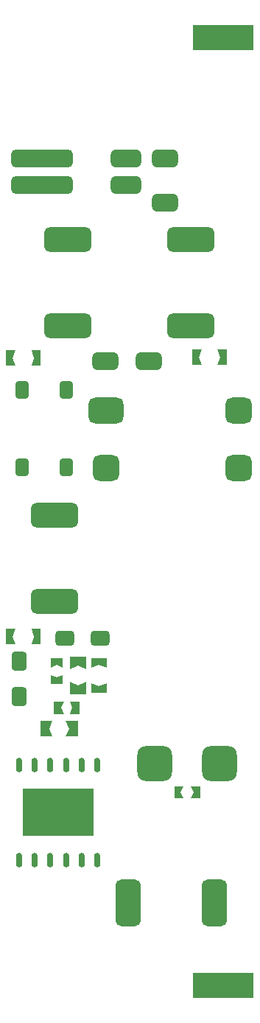
<source format=gtp>
G04 Layer_Color=8421504*
%FSLAX24Y24*%
%MOIN*%
G70*
G01*
G75*
G04:AMPARAMS|DCode=11|XSize=212.6mil|YSize=114.2mil|CornerRadius=28.5mil|HoleSize=0mil|Usage=FLASHONLY|Rotation=270.000|XOffset=0mil|YOffset=0mil|HoleType=Round|Shape=RoundedRectangle|*
%AMROUNDEDRECTD11*
21,1,0.2126,0.0571,0,0,270.0*
21,1,0.1555,0.1142,0,0,270.0*
1,1,0.0571,-0.0285,-0.0778*
1,1,0.0571,-0.0285,0.0778*
1,1,0.0571,0.0285,0.0778*
1,1,0.0571,0.0285,-0.0778*
%
%ADD11ROUNDEDRECTD11*%
G04:AMPARAMS|DCode=12|XSize=78.7mil|YSize=118.1mil|CornerRadius=19.7mil|HoleSize=0mil|Usage=FLASHONLY|Rotation=270.000|XOffset=0mil|YOffset=0mil|HoleType=Round|Shape=RoundedRectangle|*
%AMROUNDEDRECTD12*
21,1,0.0787,0.0787,0,0,270.0*
21,1,0.0394,0.1181,0,0,270.0*
1,1,0.0394,-0.0394,-0.0197*
1,1,0.0394,-0.0394,0.0197*
1,1,0.0394,0.0394,0.0197*
1,1,0.0394,0.0394,-0.0197*
%
%ADD12ROUNDEDRECTD12*%
G04:AMPARAMS|DCode=13|XSize=279.5mil|YSize=78.7mil|CornerRadius=19.7mil|HoleSize=0mil|Usage=FLASHONLY|Rotation=0.000|XOffset=0mil|YOffset=0mil|HoleType=Round|Shape=RoundedRectangle|*
%AMROUNDEDRECTD13*
21,1,0.2795,0.0394,0,0,0.0*
21,1,0.2402,0.0787,0,0,0.0*
1,1,0.0394,0.1201,-0.0197*
1,1,0.0394,-0.1201,-0.0197*
1,1,0.0394,-0.1201,0.0197*
1,1,0.0394,0.1201,0.0197*
%
%ADD13ROUNDEDRECTD13*%
G04:AMPARAMS|DCode=14|XSize=137.8mil|YSize=78.7mil|CornerRadius=19.7mil|HoleSize=0mil|Usage=FLASHONLY|Rotation=0.000|XOffset=0mil|YOffset=0mil|HoleType=Round|Shape=RoundedRectangle|*
%AMROUNDEDRECTD14*
21,1,0.1378,0.0394,0,0,0.0*
21,1,0.0984,0.0787,0,0,0.0*
1,1,0.0394,0.0492,-0.0197*
1,1,0.0394,-0.0492,-0.0197*
1,1,0.0394,-0.0492,0.0197*
1,1,0.0394,0.0492,0.0197*
%
%ADD14ROUNDEDRECTD14*%
%ADD16R,0.3209X0.2169*%
%ADD17O,0.0280X0.0669*%
G04:AMPARAMS|DCode=23|XSize=86.6mil|YSize=68.9mil|CornerRadius=17.2mil|HoleSize=0mil|Usage=FLASHONLY|Rotation=180.000|XOffset=0mil|YOffset=0mil|HoleType=Round|Shape=RoundedRectangle|*
%AMROUNDEDRECTD23*
21,1,0.0866,0.0344,0,0,180.0*
21,1,0.0522,0.0689,0,0,180.0*
1,1,0.0344,-0.0261,0.0172*
1,1,0.0344,0.0261,0.0172*
1,1,0.0344,0.0261,-0.0172*
1,1,0.0344,-0.0261,-0.0172*
%
%ADD23ROUNDEDRECTD23*%
%ADD24R,0.2756X0.1181*%
G04:AMPARAMS|DCode=25|XSize=86.6mil|YSize=68.9mil|CornerRadius=17.2mil|HoleSize=0mil|Usage=FLASHONLY|Rotation=270.000|XOffset=0mil|YOffset=0mil|HoleType=Round|Shape=RoundedRectangle|*
%AMROUNDEDRECTD25*
21,1,0.0866,0.0344,0,0,270.0*
21,1,0.0522,0.0689,0,0,270.0*
1,1,0.0344,-0.0172,-0.0261*
1,1,0.0344,-0.0172,0.0261*
1,1,0.0344,0.0172,0.0261*
1,1,0.0344,0.0172,-0.0261*
%
%ADD25ROUNDEDRECTD25*%
G04:AMPARAMS|DCode=27|XSize=212.6mil|YSize=114.2mil|CornerRadius=28.5mil|HoleSize=0mil|Usage=FLASHONLY|Rotation=180.000|XOffset=0mil|YOffset=0mil|HoleType=Round|Shape=RoundedRectangle|*
%AMROUNDEDRECTD27*
21,1,0.2126,0.0571,0,0,180.0*
21,1,0.1555,0.1142,0,0,180.0*
1,1,0.0571,-0.0778,0.0285*
1,1,0.0571,0.0778,0.0285*
1,1,0.0571,0.0778,-0.0285*
1,1,0.0571,-0.0778,-0.0285*
%
%ADD27ROUNDEDRECTD27*%
G04:AMPARAMS|DCode=28|XSize=157.5mil|YSize=157.5mil|CornerRadius=39.4mil|HoleSize=0mil|Usage=FLASHONLY|Rotation=0.000|XOffset=0mil|YOffset=0mil|HoleType=Round|Shape=RoundedRectangle|*
%AMROUNDEDRECTD28*
21,1,0.1575,0.0787,0,0,0.0*
21,1,0.0787,0.1575,0,0,0.0*
1,1,0.0787,0.0394,-0.0394*
1,1,0.0787,-0.0394,-0.0394*
1,1,0.0787,-0.0394,0.0394*
1,1,0.0787,0.0394,0.0394*
%
%ADD28ROUNDEDRECTD28*%
G04:AMPARAMS|DCode=29|XSize=118.1mil|YSize=118.1mil|CornerRadius=29.5mil|HoleSize=0mil|Usage=FLASHONLY|Rotation=180.000|XOffset=0mil|YOffset=0mil|HoleType=Round|Shape=RoundedRectangle|*
%AMROUNDEDRECTD29*
21,1,0.1181,0.0591,0,0,180.0*
21,1,0.0591,0.1181,0,0,180.0*
1,1,0.0591,-0.0295,0.0295*
1,1,0.0591,0.0295,0.0295*
1,1,0.0591,0.0295,-0.0295*
1,1,0.0591,-0.0295,-0.0295*
%
%ADD29ROUNDEDRECTD29*%
G04:AMPARAMS|DCode=30|XSize=157.5mil|YSize=118.1mil|CornerRadius=29.5mil|HoleSize=0mil|Usage=FLASHONLY|Rotation=180.000|XOffset=0mil|YOffset=0mil|HoleType=Round|Shape=RoundedRectangle|*
%AMROUNDEDRECTD30*
21,1,0.1575,0.0591,0,0,180.0*
21,1,0.0984,0.1181,0,0,180.0*
1,1,0.0591,-0.0492,0.0295*
1,1,0.0591,0.0492,0.0295*
1,1,0.0591,0.0492,-0.0295*
1,1,0.0591,-0.0492,-0.0295*
%
%ADD30ROUNDEDRECTD30*%
G04:AMPARAMS|DCode=31|XSize=80mil|YSize=60mil|CornerRadius=15mil|HoleSize=0mil|Usage=FLASHONLY|Rotation=270.000|XOffset=0mil|YOffset=0mil|HoleType=Round|Shape=RoundedRectangle|*
%AMROUNDEDRECTD31*
21,1,0.0800,0.0300,0,0,270.0*
21,1,0.0500,0.0600,0,0,270.0*
1,1,0.0300,-0.0150,-0.0250*
1,1,0.0300,-0.0150,0.0250*
1,1,0.0300,0.0150,0.0250*
1,1,0.0300,0.0150,-0.0250*
%
%ADD31ROUNDEDRECTD31*%
G36*
X51703Y50906D02*
X51289D01*
X51407Y51250D01*
X51289Y51594D01*
X51703D01*
Y50906D01*
D02*
G37*
G36*
X50443Y51250D02*
X50561Y50906D01*
X50148D01*
Y51594D01*
X50561D01*
X50443Y51250D01*
D02*
G37*
G36*
X43278Y50876D02*
X42864D01*
X42982Y51220D01*
X42864Y51565D01*
X43278D01*
Y50876D01*
D02*
G37*
G36*
X42018Y51220D02*
X42136Y50876D01*
X41722D01*
Y51565D01*
X42136D01*
X42018Y51220D01*
D02*
G37*
G36*
X43278Y38278D02*
X42864D01*
X42982Y38622D01*
X42864Y38967D01*
X43278D01*
Y38278D01*
D02*
G37*
G36*
X42018Y38622D02*
X42136Y38278D01*
X41722D01*
Y38967D01*
X42136D01*
X42018Y38622D01*
D02*
G37*
G36*
X46260Y37224D02*
X45915Y37343D01*
X45571Y37224D01*
Y37638D01*
X46260D01*
Y37224D01*
D02*
G37*
G36*
X44291D02*
X44016Y37352D01*
X43740Y37224D01*
Y37638D01*
X44291D01*
Y37224D01*
D02*
G37*
G36*
X45325Y37156D02*
X44970Y37313D01*
X44616Y37156D01*
Y37707D01*
X45325D01*
Y37156D01*
D02*
G37*
G36*
X44291Y36476D02*
X43740D01*
Y36890D01*
X44016Y36762D01*
X44291Y36890D01*
Y36476D01*
D02*
G37*
G36*
X45325Y36014D02*
X44616D01*
Y36565D01*
X44970Y36407D01*
X45325Y36565D01*
Y36014D01*
D02*
G37*
G36*
X46260Y36083D02*
X45571D01*
Y36496D01*
X45915Y36378D01*
X46260Y36496D01*
Y36083D01*
D02*
G37*
G36*
X45049Y35108D02*
X44596D01*
X44724Y35394D01*
X44596Y35679D01*
X45049D01*
Y35108D01*
D02*
G37*
G36*
X44213Y35394D02*
X44341Y35108D01*
X43888D01*
Y35679D01*
X44341D01*
X44213Y35394D01*
D02*
G37*
G36*
X44961Y34104D02*
X44409D01*
X44567Y34459D01*
X44409Y34813D01*
X44961D01*
Y34104D01*
D02*
G37*
G36*
X43661Y34459D02*
X43819Y34104D01*
X43268D01*
Y34813D01*
X43819D01*
X43661Y34459D01*
D02*
G37*
G36*
X50492Y31299D02*
X50079D01*
X50207Y31575D01*
X50079Y31850D01*
X50492D01*
Y31299D01*
D02*
G37*
G36*
X49616Y31575D02*
X49744Y31299D01*
X49331D01*
Y31850D01*
X49744D01*
X49616Y31575D01*
D02*
G37*
D11*
X51132Y26585D02*
D03*
X47234Y26585D02*
D03*
D12*
X48907Y60236D02*
D03*
Y58236D02*
D03*
X48189Y51073D02*
D03*
X46220D02*
D03*
D13*
X43327Y60236D02*
D03*
Y59055D02*
D03*
D14*
X47146Y60236D02*
D03*
Y59055D02*
D03*
D16*
X44065Y30669D02*
D03*
D17*
X42323Y28524D02*
D03*
X43024D02*
D03*
X43724D02*
D03*
X44425D02*
D03*
X45126D02*
D03*
X45827D02*
D03*
X42323Y32815D02*
D03*
X43024D02*
D03*
X43724D02*
D03*
X44425D02*
D03*
X45126D02*
D03*
X45827D02*
D03*
D23*
X45984Y38543D02*
D03*
X44370D02*
D03*
D24*
X51545Y22835D02*
D03*
X51555Y65718D02*
D03*
D25*
X42313Y37510D02*
D03*
Y35896D02*
D03*
D27*
X43917Y40217D02*
D03*
Y44114D02*
D03*
X44518Y52667D02*
D03*
Y56565D02*
D03*
X50059Y52667D02*
D03*
Y56565D02*
D03*
D28*
X48425Y32874D02*
D03*
X51378D02*
D03*
D29*
X52242Y46250D02*
D03*
X46242D02*
D03*
X52242Y48829D02*
D03*
D30*
X46242D02*
D03*
D31*
X42449Y49783D02*
D03*
Y46283D02*
D03*
X44449Y49783D02*
D03*
Y46283D02*
D03*
M02*

</source>
